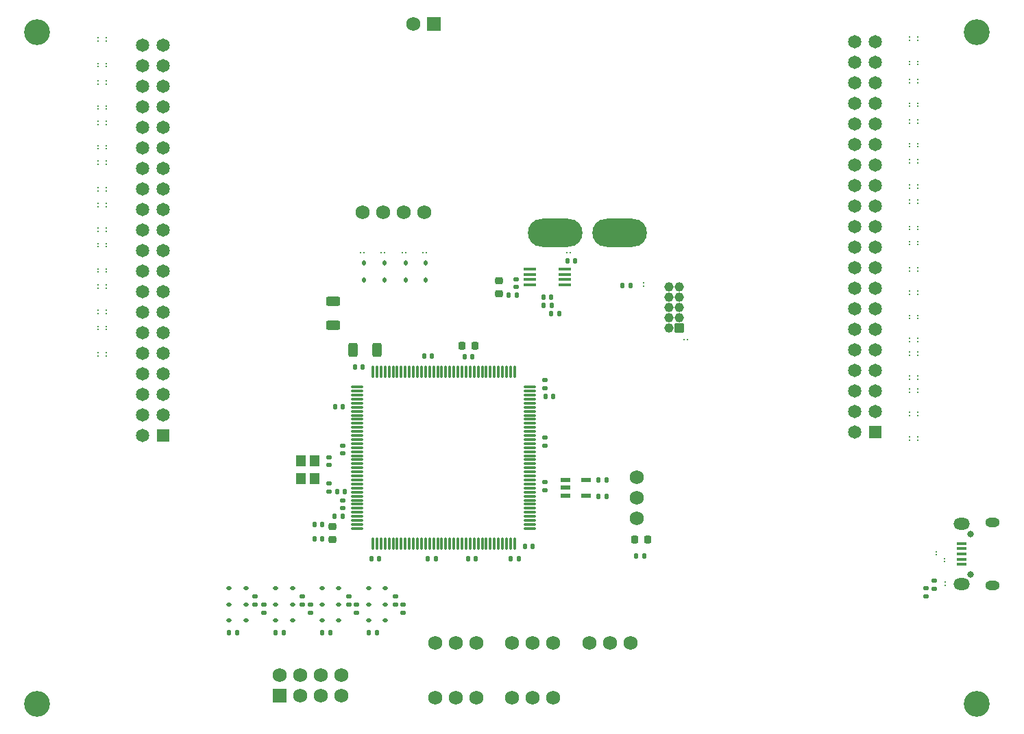
<source format=gbr>
%TF.GenerationSoftware,KiCad,Pcbnew,8.0.8*%
%TF.CreationDate,2025-03-20T13:14:25-05:00*%
%TF.ProjectId,ControllerPCB,436f6e74-726f-46c6-9c65-725043422e6b,rev?*%
%TF.SameCoordinates,Original*%
%TF.FileFunction,Soldermask,Top*%
%TF.FilePolarity,Negative*%
%FSLAX46Y46*%
G04 Gerber Fmt 4.6, Leading zero omitted, Abs format (unit mm)*
G04 Created by KiCad (PCBNEW 8.0.8) date 2025-03-20 13:14:25*
%MOMM*%
%LPD*%
G01*
G04 APERTURE LIST*
G04 Aperture macros list*
%AMRoundRect*
0 Rectangle with rounded corners*
0 $1 Rounding radius*
0 $2 $3 $4 $5 $6 $7 $8 $9 X,Y pos of 4 corners*
0 Add a 4 corners polygon primitive as box body*
4,1,4,$2,$3,$4,$5,$6,$7,$8,$9,$2,$3,0*
0 Add four circle primitives for the rounded corners*
1,1,$1+$1,$2,$3*
1,1,$1+$1,$4,$5*
1,1,$1+$1,$6,$7*
1,1,$1+$1,$8,$9*
0 Add four rect primitives between the rounded corners*
20,1,$1+$1,$2,$3,$4,$5,0*
20,1,$1+$1,$4,$5,$6,$7,0*
20,1,$1+$1,$6,$7,$8,$9,0*
20,1,$1+$1,$8,$9,$2,$3,0*%
G04 Aperture macros list end*
%ADD10RoundRect,0.050000X0.530000X-0.530000X0.530000X0.530000X-0.530000X0.530000X-0.530000X-0.530000X0*%
%ADD11C,1.160000*%
%ADD12R,0.280000X0.200000*%
%ADD13RoundRect,0.112500X-0.112500X0.187500X-0.112500X-0.187500X0.112500X-0.187500X0.112500X0.187500X0*%
%ADD14RoundRect,0.140000X0.140000X0.170000X-0.140000X0.170000X-0.140000X-0.170000X0.140000X-0.170000X0*%
%ADD15O,6.744000X3.474000*%
%ADD16RoundRect,0.112500X0.187500X0.112500X-0.187500X0.112500X-0.187500X-0.112500X0.187500X-0.112500X0*%
%ADD17RoundRect,0.140000X-0.140000X-0.170000X0.140000X-0.170000X0.140000X0.170000X-0.140000X0.170000X0*%
%ADD18RoundRect,0.135000X-0.135000X-0.185000X0.135000X-0.185000X0.135000X0.185000X-0.135000X0.185000X0*%
%ADD19RoundRect,0.135000X-0.185000X0.135000X-0.185000X-0.135000X0.185000X-0.135000X0.185000X0.135000X0*%
%ADD20R,0.200000X0.280000*%
%ADD21RoundRect,0.140000X0.170000X-0.140000X0.170000X0.140000X-0.170000X0.140000X-0.170000X-0.140000X0*%
%ADD22C,3.200000*%
%ADD23RoundRect,0.135000X0.135000X0.185000X-0.135000X0.185000X-0.135000X-0.185000X0.135000X-0.185000X0*%
%ADD24RoundRect,0.102000X0.765000X0.765000X-0.765000X0.765000X-0.765000X-0.765000X0.765000X-0.765000X0*%
%ADD25C,1.734000*%
%ADD26RoundRect,0.218750X0.256250X-0.218750X0.256250X0.218750X-0.256250X0.218750X-0.256250X-0.218750X0*%
%ADD27R,1.650000X1.650000*%
%ADD28C,1.650000*%
%ADD29RoundRect,0.218750X-0.218750X-0.256250X0.218750X-0.256250X0.218750X0.256250X-0.218750X0.256250X0*%
%ADD30RoundRect,0.250000X-0.625000X0.312500X-0.625000X-0.312500X0.625000X-0.312500X0.625000X0.312500X0*%
%ADD31RoundRect,0.140000X-0.170000X0.140000X-0.170000X-0.140000X0.170000X-0.140000X0.170000X0.140000X0*%
%ADD32C,1.752600*%
%ADD33O,1.800000X1.150000*%
%ADD34O,2.000000X1.450000*%
%ADD35R,1.300000X0.450000*%
%ADD36O,0.800000X0.800000*%
%ADD37RoundRect,0.075000X-0.662500X-0.075000X0.662500X-0.075000X0.662500X0.075000X-0.662500X0.075000X0*%
%ADD38RoundRect,0.075000X-0.075000X-0.662500X0.075000X-0.662500X0.075000X0.662500X-0.075000X0.662500X0*%
%ADD39RoundRect,0.102000X0.765000X-0.765000X0.765000X0.765000X-0.765000X0.765000X-0.765000X-0.765000X0*%
%ADD40RoundRect,0.250000X-0.312500X-0.625000X0.312500X-0.625000X0.312500X0.625000X-0.312500X0.625000X0*%
%ADD41RoundRect,0.225000X-0.225000X-0.250000X0.225000X-0.250000X0.225000X0.250000X-0.225000X0.250000X0*%
%ADD42R,1.200000X1.400000*%
%ADD43R,1.200000X0.600000*%
%ADD44RoundRect,0.218750X-0.256250X0.218750X-0.256250X-0.218750X0.256250X-0.218750X0.256250X0.218750X0*%
%ADD45R,1.524000X0.431800*%
G04 APERTURE END LIST*
D10*
%TO.C,J108*%
X165250000Y-98540000D03*
D11*
X163980000Y-98540000D03*
X165250000Y-97270000D03*
X163980000Y-97270000D03*
X165250000Y-96000000D03*
X163980000Y-96000000D03*
X165250000Y-94730000D03*
X163980000Y-94730000D03*
X165250000Y-93460000D03*
X163980000Y-93460000D03*
%TD*%
D12*
%TO.C,D503*%
X93500000Y-91250000D03*
X93500000Y-91650000D03*
%TD*%
D13*
%TO.C,D114*%
X131500000Y-90531202D03*
X131500000Y-92631202D03*
%TD*%
D14*
%TO.C,C106*%
X123980000Y-118750000D03*
X123020000Y-118750000D03*
%TD*%
D12*
%TO.C,D540*%
X94500000Y-86200000D03*
X94500000Y-86600000D03*
%TD*%
%TO.C,D552*%
X194750000Y-94000000D03*
X194750000Y-94400000D03*
%TD*%
D14*
%TO.C,C107*%
X140180000Y-127100000D03*
X139220000Y-127100000D03*
%TD*%
D12*
%TO.C,D534*%
X93500000Y-78300000D03*
X93500000Y-77900000D03*
%TD*%
D14*
%TO.C,C122*%
X121180000Y-124637500D03*
X120220000Y-124637500D03*
%TD*%
D12*
%TO.C,D550*%
X193750000Y-94000000D03*
X193750000Y-94400000D03*
%TD*%
D15*
%TO.C,J202*%
X157900000Y-86755000D03*
X150000000Y-86755000D03*
%TD*%
D12*
%TO.C,D502*%
X93500000Y-88500000D03*
X93500000Y-88100000D03*
%TD*%
%TO.C,D512*%
X94500000Y-101600000D03*
X94500000Y-102000000D03*
%TD*%
D16*
%TO.C,D410*%
X117500000Y-134734399D03*
X115400000Y-134734399D03*
%TD*%
D12*
%TO.C,D530*%
X93500000Y-73400000D03*
X93500000Y-73000000D03*
%TD*%
%TO.C,D570*%
X193750000Y-106500000D03*
X193750000Y-106100000D03*
%TD*%
D17*
%TO.C,C114*%
X144490000Y-127100000D03*
X145450000Y-127100000D03*
%TD*%
D12*
%TO.C,D529*%
X94500000Y-73400000D03*
X94500000Y-73000000D03*
%TD*%
%TO.C,D562*%
X194750000Y-101500000D03*
X194750000Y-101900000D03*
%TD*%
%TO.C,D574*%
X194750000Y-109000000D03*
X194750000Y-109400000D03*
%TD*%
D14*
%TO.C,C102*%
X123730000Y-108250000D03*
X122770000Y-108250000D03*
%TD*%
D18*
%TO.C,R202*%
X149490000Y-96750000D03*
X150510000Y-96750000D03*
%TD*%
D16*
%TO.C,D411*%
X129000000Y-130734399D03*
X126900000Y-130734399D03*
%TD*%
D12*
%TO.C,D511*%
X93500000Y-101600000D03*
X93500000Y-102000000D03*
%TD*%
D13*
%TO.C,D115*%
X128866800Y-90531202D03*
X128866800Y-92631202D03*
%TD*%
D12*
%TO.C,D542*%
X194750000Y-88250000D03*
X194750000Y-87850000D03*
%TD*%
D19*
%TO.C,R108*%
X196800000Y-129755000D03*
X196800000Y-130775000D03*
%TD*%
D12*
%TO.C,D549*%
X194750000Y-68250000D03*
X194750000Y-67850000D03*
%TD*%
D19*
%TO.C,R412*%
X119700000Y-132724399D03*
X119700000Y-133744399D03*
%TD*%
D12*
%TO.C,D554*%
X193750000Y-97000000D03*
X193750000Y-97400000D03*
%TD*%
D20*
%TO.C,D110*%
X131116800Y-89281202D03*
X131516800Y-89281202D03*
%TD*%
D21*
%TO.C,C119*%
X123700000Y-114080000D03*
X123700000Y-113120000D03*
%TD*%
D12*
%TO.C,D109*%
X198100000Y-130380000D03*
X198100000Y-129980000D03*
%TD*%
D22*
%TO.C,H103*%
X202000000Y-62000000D03*
%TD*%
D13*
%TO.C,D113*%
X134000000Y-90531202D03*
X134000000Y-92631202D03*
%TD*%
D23*
%TO.C,R401*%
X122210000Y-136234399D03*
X121190000Y-136234399D03*
%TD*%
D12*
%TO.C,D539*%
X93500000Y-86200000D03*
X93500000Y-86600000D03*
%TD*%
%TO.C,D507*%
X93500000Y-96350000D03*
X93500000Y-96750000D03*
%TD*%
D24*
%TO.C,J201*%
X135020000Y-61000000D03*
D25*
X132480000Y-61000000D03*
%TD*%
D16*
%TO.C,D401*%
X123250000Y-132734399D03*
X121150000Y-132734399D03*
%TD*%
D12*
%TO.C,D504*%
X94500000Y-91250000D03*
X94500000Y-91650000D03*
%TD*%
D26*
%TO.C,D202*%
X143000000Y-94287500D03*
X143000000Y-92712500D03*
%TD*%
D12*
%TO.C,D501*%
X94500000Y-88500000D03*
X94500000Y-88100000D03*
%TD*%
D23*
%TO.C,R101*%
X161010000Y-126750000D03*
X159990000Y-126750000D03*
%TD*%
D12*
%TO.C,D509*%
X94500000Y-98750000D03*
X94500000Y-98350000D03*
%TD*%
%TO.C,D568*%
X194750000Y-104500000D03*
X194750000Y-104900000D03*
%TD*%
%TO.C,D558*%
X193750000Y-100250000D03*
X193750000Y-99850000D03*
%TD*%
D16*
%TO.C,D408*%
X129000000Y-134734399D03*
X126900000Y-134734399D03*
%TD*%
D12*
%TO.C,D566*%
X193750000Y-104500000D03*
X193750000Y-104900000D03*
%TD*%
D23*
%TO.C,R407*%
X127960000Y-136234399D03*
X126940000Y-136234399D03*
%TD*%
D12*
%TO.C,D505*%
X94500000Y-93650000D03*
X94500000Y-93250000D03*
%TD*%
D27*
%TO.C,J501*%
X189500000Y-111440000D03*
D28*
X186960000Y-111440000D03*
X189500000Y-108900000D03*
X186960000Y-108900000D03*
X189500000Y-106360000D03*
X186960000Y-106360000D03*
X189500000Y-103820000D03*
X186960000Y-103820000D03*
X189500000Y-101280000D03*
X186960000Y-101280000D03*
X189500000Y-98740000D03*
X186960000Y-98740000D03*
X189500000Y-96200000D03*
X186960000Y-96200000D03*
X189500000Y-93660000D03*
X186960000Y-93660000D03*
X189500000Y-91120000D03*
X186960000Y-91120000D03*
X189500000Y-88580000D03*
X186960000Y-88580000D03*
X189500000Y-86040000D03*
X186960000Y-86040000D03*
X189500000Y-83500000D03*
X186960000Y-83500000D03*
X189500000Y-80960000D03*
X186960000Y-80960000D03*
X189500000Y-78420000D03*
X186960000Y-78420000D03*
X189500000Y-75880000D03*
X186960000Y-75880000D03*
X189500000Y-73340000D03*
X186960000Y-73340000D03*
X189500000Y-70800000D03*
X186960000Y-70800000D03*
X189500000Y-68260000D03*
X186960000Y-68260000D03*
X189500000Y-65720000D03*
X186960000Y-65720000D03*
X189500000Y-63180000D03*
X186960000Y-63180000D03*
%TD*%
D22*
%TO.C,H104*%
X86000000Y-145000000D03*
%TD*%
D17*
%TO.C,C116*%
X133770000Y-102000000D03*
X134730000Y-102000000D03*
%TD*%
D12*
%TO.C,D544*%
X193750000Y-88250000D03*
X193750000Y-87850000D03*
%TD*%
D16*
%TO.C,D412*%
X117500000Y-130734399D03*
X115400000Y-130734399D03*
%TD*%
D12*
%TO.C,D564*%
X193750000Y-101900000D03*
X193750000Y-101500000D03*
%TD*%
%TO.C,D545*%
X193750000Y-65600000D03*
X193750000Y-66000000D03*
%TD*%
D29*
%TO.C,D101*%
X159792500Y-124750000D03*
X161367500Y-124750000D03*
%TD*%
D30*
%TO.C,R102*%
X122500000Y-95287500D03*
X122500000Y-98212500D03*
%TD*%
D12*
%TO.C,D506*%
X93500000Y-93650000D03*
X93500000Y-93250000D03*
%TD*%
D23*
%TO.C,R402*%
X110710000Y-136234399D03*
X109690000Y-136234399D03*
%TD*%
D18*
%TO.C,R201*%
X148490000Y-95750000D03*
X149510000Y-95750000D03*
%TD*%
D14*
%TO.C,C118*%
X126180000Y-103350000D03*
X125220000Y-103350000D03*
%TD*%
D16*
%TO.C,D407*%
X129000000Y-132734399D03*
X126900000Y-132734399D03*
%TD*%
D17*
%TO.C,C201*%
X151500000Y-90250000D03*
X152460000Y-90250000D03*
%TD*%
D14*
%TO.C,C104*%
X128230000Y-127100000D03*
X127270000Y-127100000D03*
%TD*%
D18*
%TO.C,R107*%
X158260000Y-93268300D03*
X159280000Y-93268300D03*
%TD*%
D20*
%TO.C,D105*%
X125950000Y-89281202D03*
X126350000Y-89281202D03*
%TD*%
D16*
%TO.C,D404*%
X111750000Y-134734399D03*
X109650000Y-134734399D03*
%TD*%
D14*
%TO.C,C105*%
X135200000Y-127100000D03*
X134240000Y-127100000D03*
%TD*%
D20*
%TO.C,D106*%
X128450000Y-89281202D03*
X128850000Y-89281202D03*
%TD*%
D14*
%TO.C,C120*%
X123700000Y-121850000D03*
X122740000Y-121850000D03*
%TD*%
D12*
%TO.C,D543*%
X193750000Y-63000000D03*
X193750000Y-62600000D03*
%TD*%
%TO.C,D548*%
X194750000Y-91100000D03*
X194750000Y-91500000D03*
%TD*%
D16*
%TO.C,D403*%
X111750000Y-132734399D03*
X109650000Y-132734399D03*
%TD*%
D12*
%TO.C,D555*%
X194750000Y-70750000D03*
X194750000Y-71150000D03*
%TD*%
D16*
%TO.C,D406*%
X111750000Y-130734399D03*
X109650000Y-130734399D03*
%TD*%
D17*
%TO.C,C202*%
X148520000Y-94750000D03*
X149480000Y-94750000D03*
%TD*%
D31*
%TO.C,C203*%
X145171700Y-92520000D03*
X145171700Y-93480000D03*
%TD*%
D12*
%TO.C,D551*%
X193750000Y-68250000D03*
X193750000Y-67850000D03*
%TD*%
%TO.C,D567*%
X193750000Y-78150000D03*
X193750000Y-77750000D03*
%TD*%
D18*
%TO.C,R203*%
X144240000Y-94500000D03*
X145260000Y-94500000D03*
%TD*%
D12*
%TO.C,D523*%
X93500000Y-65850000D03*
X93500000Y-66250000D03*
%TD*%
D23*
%TO.C,R410*%
X116470000Y-136234399D03*
X115450000Y-136234399D03*
%TD*%
D32*
%TO.C,J102*%
X133790000Y-84250000D03*
X131250000Y-84250000D03*
X128710000Y-84250000D03*
X126170000Y-84250000D03*
%TD*%
D18*
%TO.C,R302*%
X155265199Y-119364800D03*
X156285199Y-119364800D03*
%TD*%
D12*
%TO.C,D569*%
X193750000Y-80850000D03*
X193750000Y-81250000D03*
%TD*%
D22*
%TO.C,H101*%
X86000000Y-62000000D03*
%TD*%
D12*
%TO.C,D524*%
X94500000Y-65850000D03*
X94500000Y-66250000D03*
%TD*%
D31*
%TO.C,C112*%
X122000000Y-117790000D03*
X122000000Y-118750000D03*
%TD*%
D12*
%TO.C,D571*%
X194750000Y-80850000D03*
X194750000Y-81250000D03*
%TD*%
%TO.C,D108*%
X198050000Y-127455000D03*
X198050000Y-127055000D03*
%TD*%
%TO.C,D527*%
X93500000Y-71100000D03*
X93500000Y-71500000D03*
%TD*%
D19*
%TO.C,R403*%
X124500000Y-131724399D03*
X124500000Y-132744399D03*
%TD*%
D33*
%TO.C,J107*%
X204000000Y-122630000D03*
D34*
X200200000Y-122780000D03*
X200200000Y-130230000D03*
D33*
X204000000Y-130380000D03*
D35*
X200150000Y-125205000D03*
X200150000Y-125855000D03*
X200150000Y-126505000D03*
X200150000Y-127155000D03*
X200150000Y-127805000D03*
D36*
X201250000Y-124005000D03*
X201250000Y-129005000D03*
%TD*%
D32*
%TO.C,J104*%
X149750000Y-137484399D03*
X147210000Y-137484399D03*
X144670000Y-137484399D03*
%TD*%
D12*
%TO.C,D541*%
X194750000Y-63000000D03*
X194750000Y-62600000D03*
%TD*%
D20*
%TO.C,D201*%
X151800000Y-89250000D03*
X151400000Y-89250000D03*
%TD*%
D31*
%TO.C,C103*%
X123700000Y-119850000D03*
X123700000Y-120810000D03*
%TD*%
D12*
%TO.C,D103*%
X197050000Y-126205000D03*
X197050000Y-126605000D03*
%TD*%
%TO.C,D572*%
X194750000Y-106500000D03*
X194750000Y-106100000D03*
%TD*%
D31*
%TO.C,C110*%
X148700000Y-117620000D03*
X148700000Y-118580000D03*
%TD*%
D37*
%TO.C,U101*%
X125537500Y-105850000D03*
X125537500Y-106350000D03*
X125537500Y-106850000D03*
X125537500Y-107350000D03*
X125537500Y-107850000D03*
X125537500Y-108350000D03*
X125537500Y-108850000D03*
X125537500Y-109350000D03*
X125537500Y-109850000D03*
X125537500Y-110350000D03*
X125537500Y-110850000D03*
X125537500Y-111350000D03*
X125537500Y-111850000D03*
X125537500Y-112350000D03*
X125537500Y-112850000D03*
X125537500Y-113350000D03*
X125537500Y-113850000D03*
X125537500Y-114350000D03*
X125537500Y-114850000D03*
X125537500Y-115350000D03*
X125537500Y-115850000D03*
X125537500Y-116350000D03*
X125537500Y-116850000D03*
X125537500Y-117350000D03*
X125537500Y-117850000D03*
X125537500Y-118350000D03*
X125537500Y-118850000D03*
X125537500Y-119350000D03*
X125537500Y-119850000D03*
X125537500Y-120350000D03*
X125537500Y-120850000D03*
X125537500Y-121350000D03*
X125537500Y-121850000D03*
X125537500Y-122350000D03*
X125537500Y-122850000D03*
X125537500Y-123350000D03*
D38*
X127450000Y-125262500D03*
X127950000Y-125262500D03*
X128450000Y-125262500D03*
X128950000Y-125262500D03*
X129450000Y-125262500D03*
X129950000Y-125262500D03*
X130450000Y-125262500D03*
X130950000Y-125262500D03*
X131450000Y-125262500D03*
X131950000Y-125262500D03*
X132450000Y-125262500D03*
X132950000Y-125262500D03*
X133450000Y-125262500D03*
X133950000Y-125262500D03*
X134450000Y-125262500D03*
X134950000Y-125262500D03*
X135450000Y-125262500D03*
X135950000Y-125262500D03*
X136450000Y-125262500D03*
X136950000Y-125262500D03*
X137450000Y-125262500D03*
X137950000Y-125262500D03*
X138450000Y-125262500D03*
X138950000Y-125262500D03*
X139450000Y-125262500D03*
X139950000Y-125262500D03*
X140450000Y-125262500D03*
X140950000Y-125262500D03*
X141450000Y-125262500D03*
X141950000Y-125262500D03*
X142450000Y-125262500D03*
X142950000Y-125262500D03*
X143450000Y-125262500D03*
X143950000Y-125262500D03*
X144450000Y-125262500D03*
X144950000Y-125262500D03*
D37*
X146862500Y-123350000D03*
X146862500Y-122850000D03*
X146862500Y-122350000D03*
X146862500Y-121850000D03*
X146862500Y-121350000D03*
X146862500Y-120850000D03*
X146862500Y-120350000D03*
X146862500Y-119850000D03*
X146862500Y-119350000D03*
X146862500Y-118850000D03*
X146862500Y-118350000D03*
X146862500Y-117850000D03*
X146862500Y-117350000D03*
X146862500Y-116850000D03*
X146862500Y-116350000D03*
X146862500Y-115850000D03*
X146862500Y-115350000D03*
X146862500Y-114850000D03*
X146862500Y-114350000D03*
X146862500Y-113850000D03*
X146862500Y-113350000D03*
X146862500Y-112850000D03*
X146862500Y-112350000D03*
X146862500Y-111850000D03*
X146862500Y-111350000D03*
X146862500Y-110850000D03*
X146862500Y-110350000D03*
X146862500Y-109850000D03*
X146862500Y-109350000D03*
X146862500Y-108850000D03*
X146862500Y-108350000D03*
X146862500Y-107850000D03*
X146862500Y-107350000D03*
X146862500Y-106850000D03*
X146862500Y-106350000D03*
X146862500Y-105850000D03*
D38*
X144950000Y-103937500D03*
X144450000Y-103937500D03*
X143950000Y-103937500D03*
X143450000Y-103937500D03*
X142950000Y-103937500D03*
X142450000Y-103937500D03*
X141950000Y-103937500D03*
X141450000Y-103937500D03*
X140950000Y-103937500D03*
X140450000Y-103937500D03*
X139950000Y-103937500D03*
X139450000Y-103937500D03*
X138950000Y-103937500D03*
X138450000Y-103937500D03*
X137950000Y-103937500D03*
X137450000Y-103937500D03*
X136950000Y-103937500D03*
X136450000Y-103937500D03*
X135950000Y-103937500D03*
X135450000Y-103937500D03*
X134950000Y-103937500D03*
X134450000Y-103937500D03*
X133950000Y-103937500D03*
X133450000Y-103937500D03*
X132950000Y-103937500D03*
X132450000Y-103937500D03*
X131950000Y-103937500D03*
X131450000Y-103937500D03*
X130950000Y-103937500D03*
X130450000Y-103937500D03*
X129950000Y-103937500D03*
X129450000Y-103937500D03*
X128950000Y-103937500D03*
X128450000Y-103937500D03*
X127950000Y-103937500D03*
X127450000Y-103937500D03*
%TD*%
D19*
%TO.C,R109*%
X195770000Y-130730000D03*
X195770000Y-131750000D03*
%TD*%
D14*
%TO.C,C121*%
X121180000Y-122887500D03*
X120220000Y-122887500D03*
%TD*%
D18*
%TO.C,R301*%
X155265199Y-117364800D03*
X156285199Y-117364800D03*
%TD*%
D39*
%TO.C,J101*%
X115910000Y-144024399D03*
D25*
X115910000Y-141484399D03*
X118450000Y-144024399D03*
X118450000Y-141484399D03*
X120990000Y-144024399D03*
X120990000Y-141484399D03*
X123530000Y-144024399D03*
X123530000Y-141484399D03*
%TD*%
D12*
%TO.C,D528*%
X94500000Y-71100000D03*
X94500000Y-71500000D03*
%TD*%
D16*
%TO.C,D405*%
X123250000Y-130734399D03*
X121150000Y-130734399D03*
%TD*%
D12*
%TO.C,D510*%
X93500000Y-98750000D03*
X93500000Y-98350000D03*
%TD*%
D40*
%TO.C,R103*%
X124987500Y-101250000D03*
X127912500Y-101250000D03*
%TD*%
D12*
%TO.C,D561*%
X193750000Y-75750000D03*
X193750000Y-76150000D03*
%TD*%
D13*
%TO.C,D116*%
X126366800Y-90531202D03*
X126366800Y-92631202D03*
%TD*%
D17*
%TO.C,C115*%
X138770000Y-102100000D03*
X139730000Y-102100000D03*
%TD*%
D32*
%TO.C,J103*%
X140256600Y-137484399D03*
X137716600Y-137484399D03*
X135176600Y-137484399D03*
%TD*%
D12*
%TO.C,D559*%
X193750000Y-73250000D03*
X193750000Y-72850000D03*
%TD*%
%TO.C,D573*%
X194750000Y-83150000D03*
X194750000Y-82750000D03*
%TD*%
%TO.C,D521*%
X94500000Y-63050000D03*
X94500000Y-62650000D03*
%TD*%
%TO.C,D560*%
X194750000Y-100250000D03*
X194750000Y-99850000D03*
%TD*%
%TO.C,D563*%
X194750000Y-75750000D03*
X194750000Y-76150000D03*
%TD*%
D16*
%TO.C,D402*%
X123250000Y-134734399D03*
X121150000Y-134734399D03*
%TD*%
D19*
%TO.C,R409*%
X131200000Y-132734399D03*
X131200000Y-133754399D03*
%TD*%
D12*
%TO.C,D575*%
X193750000Y-83150000D03*
X193750000Y-82750000D03*
%TD*%
%TO.C,D547*%
X194750000Y-65600000D03*
X194750000Y-66000000D03*
%TD*%
D19*
%TO.C,R405*%
X112900000Y-131724399D03*
X112900000Y-132744399D03*
%TD*%
D12*
%TO.C,D102*%
X160900000Y-92950000D03*
X160900000Y-93350000D03*
%TD*%
%TO.C,D580*%
X193750000Y-112000000D03*
X193750000Y-112400000D03*
%TD*%
D16*
%TO.C,D409*%
X117500000Y-132734399D03*
X115400000Y-132734399D03*
%TD*%
D41*
%TO.C,C101*%
X138475000Y-100750000D03*
X140025000Y-100750000D03*
%TD*%
D31*
%TO.C,C111*%
X148700000Y-112120000D03*
X148700000Y-113080000D03*
%TD*%
D32*
%TO.C,J105*%
X140256600Y-144234399D03*
X137716600Y-144234399D03*
X135176600Y-144234399D03*
%TD*%
D17*
%TO.C,C109*%
X146220000Y-125600000D03*
X147180000Y-125600000D03*
%TD*%
D12*
%TO.C,D536*%
X94500000Y-81200000D03*
X94500000Y-81600000D03*
%TD*%
%TO.C,D526*%
X93500000Y-68400000D03*
X93500000Y-68000000D03*
%TD*%
%TO.C,D522*%
X93500000Y-63050000D03*
X93500000Y-62650000D03*
%TD*%
D31*
%TO.C,C113*%
X148700000Y-105020000D03*
X148700000Y-105980000D03*
%TD*%
D12*
%TO.C,D578*%
X194750000Y-112000000D03*
X194750000Y-112400000D03*
%TD*%
D31*
%TO.C,C108*%
X122000000Y-114540000D03*
X122000000Y-115500000D03*
%TD*%
D17*
%TO.C,C117*%
X148740000Y-107000000D03*
X149700000Y-107000000D03*
%TD*%
D32*
%TO.C,J301*%
X160000000Y-117000000D03*
X160000000Y-119540000D03*
X160000000Y-122080000D03*
%TD*%
D12*
%TO.C,D537*%
X94500000Y-83150000D03*
X94500000Y-83550000D03*
%TD*%
D42*
%TO.C,Y101*%
X118550000Y-115020000D03*
X118550000Y-117220000D03*
X120250000Y-117220000D03*
X120250000Y-115020000D03*
%TD*%
D32*
%TO.C,J109*%
X149750000Y-144250000D03*
X147210000Y-144250000D03*
X144670000Y-144250000D03*
%TD*%
D12*
%TO.C,D546*%
X193750000Y-91100000D03*
X193750000Y-91500000D03*
%TD*%
%TO.C,D538*%
X93500000Y-83150000D03*
X93500000Y-83550000D03*
%TD*%
%TO.C,D565*%
X194750000Y-78150000D03*
X194750000Y-77750000D03*
%TD*%
%TO.C,D579*%
X194750000Y-86000000D03*
X194750000Y-86400000D03*
%TD*%
%TO.C,D533*%
X94500000Y-78300000D03*
X94500000Y-77900000D03*
%TD*%
D19*
%TO.C,R404*%
X125450000Y-132734399D03*
X125450000Y-133754399D03*
%TD*%
D12*
%TO.C,D557*%
X194750000Y-73250000D03*
X194750000Y-72850000D03*
%TD*%
D20*
%TO.C,D117*%
X166300000Y-99980000D03*
X165900000Y-99980000D03*
%TD*%
%TO.C,D112*%
X133616800Y-89281202D03*
X134016800Y-89281202D03*
%TD*%
D27*
%TO.C,J502*%
X101500000Y-111850000D03*
D28*
X98960000Y-111850000D03*
X101500000Y-109310000D03*
X98960000Y-109310000D03*
X101500000Y-106770000D03*
X98960000Y-106770000D03*
X101500000Y-104230000D03*
X98960000Y-104230000D03*
X101500000Y-101690000D03*
X98960000Y-101690000D03*
X101500000Y-99150000D03*
X98960000Y-99150000D03*
X101500000Y-96610000D03*
X98960000Y-96610000D03*
X101500000Y-94070000D03*
X98960000Y-94070000D03*
X101500000Y-91530000D03*
X98960000Y-91530000D03*
X101500000Y-88990000D03*
X98960000Y-88990000D03*
X101500000Y-86450000D03*
X98960000Y-86450000D03*
X101500000Y-83910000D03*
X98960000Y-83910000D03*
X101500000Y-81370000D03*
X98960000Y-81370000D03*
X101500000Y-78830000D03*
X98960000Y-78830000D03*
X101500000Y-76290000D03*
X98960000Y-76290000D03*
X101500000Y-73750000D03*
X98960000Y-73750000D03*
X101500000Y-71210000D03*
X98960000Y-71210000D03*
X101500000Y-68670000D03*
X98960000Y-68670000D03*
X101500000Y-66130000D03*
X98960000Y-66130000D03*
X101500000Y-63590000D03*
X98960000Y-63590000D03*
%TD*%
D43*
%TO.C,U301*%
X151275199Y-117364800D03*
X151275199Y-118314800D03*
X151275199Y-119264800D03*
X153775199Y-119264800D03*
X153775199Y-117364800D03*
%TD*%
D12*
%TO.C,D508*%
X94500000Y-96350000D03*
X94500000Y-96750000D03*
%TD*%
D19*
%TO.C,R408*%
X130200000Y-131714399D03*
X130200000Y-132734399D03*
%TD*%
D44*
%TO.C,FB101*%
X122450000Y-123100000D03*
X122450000Y-124675000D03*
%TD*%
D12*
%TO.C,D556*%
X194750000Y-97000000D03*
X194750000Y-97400000D03*
%TD*%
%TO.C,D531*%
X93500000Y-76000000D03*
X93500000Y-76400000D03*
%TD*%
D32*
%TO.C,J106*%
X159256600Y-137468798D03*
X156716600Y-137468798D03*
X154176600Y-137468798D03*
%TD*%
D19*
%TO.C,R406*%
X113950000Y-132724399D03*
X113950000Y-133744399D03*
%TD*%
D12*
%TO.C,D553*%
X193750000Y-70750000D03*
X193750000Y-71150000D03*
%TD*%
D19*
%TO.C,R411*%
X118700000Y-131724399D03*
X118700000Y-132744399D03*
%TD*%
D12*
%TO.C,D532*%
X94500000Y-76000000D03*
X94500000Y-76400000D03*
%TD*%
D45*
%TO.C,U201*%
X146828300Y-91275001D03*
X146828300Y-91924999D03*
X146828300Y-92575001D03*
X146828300Y-93224999D03*
X151171700Y-93224999D03*
X151171700Y-92575001D03*
X151171700Y-91924999D03*
X151171700Y-91275001D03*
%TD*%
D12*
%TO.C,D535*%
X93500000Y-81200000D03*
X93500000Y-81600000D03*
%TD*%
%TO.C,D577*%
X193750000Y-86000000D03*
X193750000Y-86400000D03*
%TD*%
%TO.C,D525*%
X94500000Y-68400000D03*
X94500000Y-68000000D03*
%TD*%
%TO.C,D576*%
X193750000Y-109000000D03*
X193750000Y-109400000D03*
%TD*%
D22*
%TO.C,H102*%
X202000000Y-145000000D03*
%TD*%
M02*

</source>
